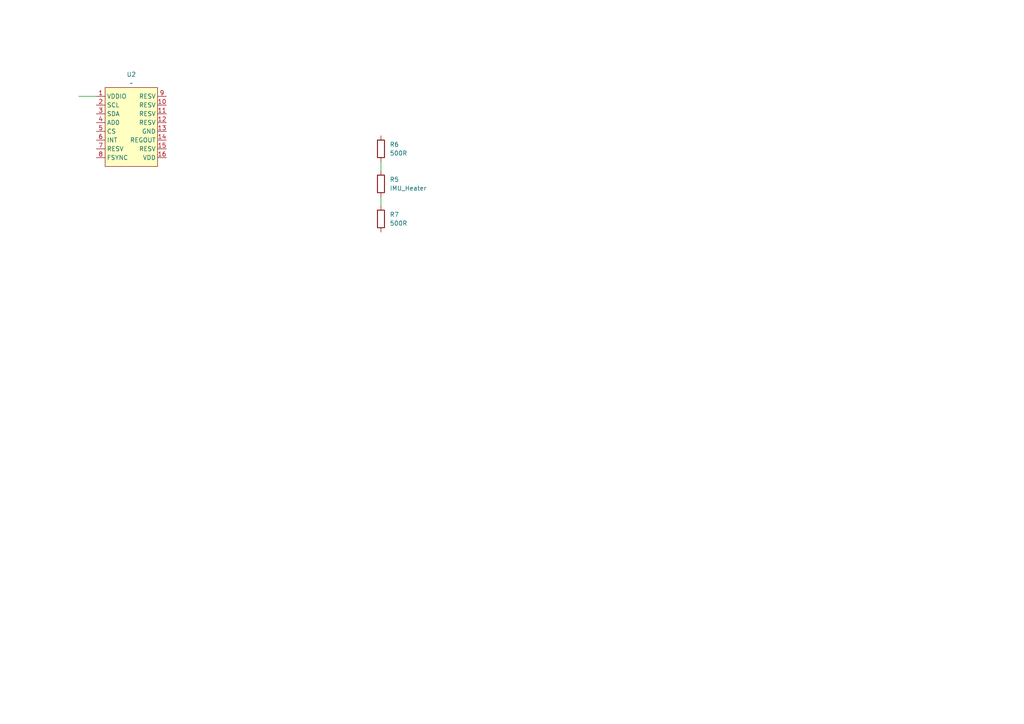
<source format=kicad_sch>
(kicad_sch (version 20231120) (generator "eeschema") (generator_version "8.0")
  (paper "A4")
  (lib_symbols
    (symbol "Device:R" (pin_numbers hide) (pin_names (offset 0))
      (property "Reference" "R" (at 2.032 0 90))
      (property "Value" "R" (at 0 0 90))
      (symbol "R_0_1"
        (rectangle (start -1.016 -2.54) (end 1.016 2.54) (stroke (width 0.254)))
      )
      (symbol "R_1_1"
        (pin passive line (at 0 3.81 270) (length 1.27) (name "~") (number "1"))
        (pin passive line (at 0 -3.81 90) (length 1.27) (name "~") (number "2"))
      )
    )
    (symbol "SamacSys_Parts:ICM20602"
      (property "Reference" "U" (at 0 -12.954 0))
      (symbol "ICM20602_0_1"
        (rectangle (start -7.62 11.43) (end 7.62 -11.43) (fill (type background)))
      )
      (symbol "ICM20602_1_1"
        (pin power_in line (at -10.16 8.89 0) (length 2.54) (name "VDDIO") (number "1"))
        (pin free line (at 10.16 6.35 180) (length 2.54) (name "RESV") (number "10"))
        (pin free line (at 10.16 3.81 180) (length 2.54) (name "RESV") (number "11"))
        (pin free line (at 10.16 1.27 180) (length 2.54) (name "RESV") (number "12"))
        (pin power_in line (at 10.16 -1.27 180) (length 2.54) (name "GND") (number "13"))
        (pin power_in line (at 10.16 -3.81 180) (length 2.54) (name "REGOUT") (number "14"))
        (pin free line (at 10.16 -6.35 180) (length 2.54) (name "RESV") (number "15"))
        (pin power_in line (at 10.16 -8.89 180) (length 2.54) (name "VDD") (number "16"))
        (pin input line (at -10.16 6.35 0) (length 2.54) (name "SCL") (number "2"))
        (pin bidirectional line (at -10.16 3.81 0) (length 2.54) (name "SDA") (number "3"))
        (pin input line (at -10.16 1.27 0) (length 2.54) (name "AD0") (number "4"))
        (pin input line (at -10.16 -1.27 0) (length 2.54) (name "CS") (number "5"))
        (pin output line (at -10.16 -3.81 0) (length 2.54) (name "INT") (number "6"))
        (pin free line (at -10.16 -6.35 0) (length 2.54) (name "RESV") (number "7"))
        (pin input line (at -10.16 -8.89 0) (length 2.54) (name "FSYNC") (number "8"))
        (pin free line (at 10.16 8.89 180) (length 2.54) (name "RESV") (number "9"))
      )
    )
  )
  (wire (pts (xy 110.49 46.99) (xy 110.49 49.53)))
  (wire (pts (xy 22.86 27.94) (xy 27.94 27.94)))
  (wire (pts (xy 110.49 57.15) (xy 110.49 59.69)))
  (symbol (lib_id "Device:R") (at 110.49 53.34 0) (unit 1)
    (property "Reference" "R5" (at 113.03 52.0699 0) (effects (justify left)))
    (property "Value" "IMU_Heater" (at 113.03 54.6099 0) (effects (justify left)))
    (property "Footprint" "SamacSys_Parts:IMU_Heater" (effects (hide yes)))
    (property "Description" "Resistor" (effects (hide yes)))
  )
  (symbol (lib_id "Device:R") (at 110.49 63.5 0) (unit 1)
    (property "Reference" "R7" (at 113.03 62.2299 0) (effects (justify left)))
    (property "Value" "500R" (at 113.03 64.7699 0) (effects (justify left)))
    (property "Description" "Resistor" (effects (hide yes)))
  )
  (symbol (lib_id "Device:R") (at 110.49 43.18 0) (unit 1)
    (property "Reference" "R6" (at 113.03 41.9099 0) (effects (justify left)))
    (property "Value" "500R" (at 113.03 44.4499 0) (effects (justify left)))
    (property "Description" "Resistor" (effects (hide yes)))
  )
  (symbol (lib_id "SamacSys_Parts:ICM20602") (at 38.1 36.83 0) (unit 1)
    (property "Reference" "U2" (at 38.1 21.59 0))
    (property "Value" "~" (at 38.1 24.13 0))
  )
)
</source>
